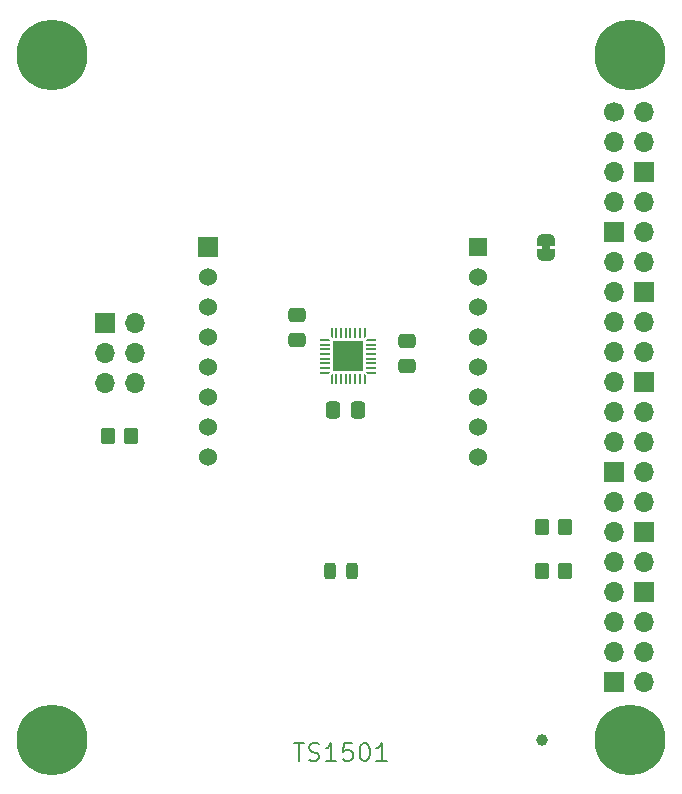
<source format=gbr>
%TF.GenerationSoftware,KiCad,Pcbnew,8.0.7+1*%
%TF.CreationDate,2025-02-19T14:48:18+01:00*%
%TF.ProjectId,ts15-rpi-shield,74733135-2d72-4706-992d-736869656c64,rev?*%
%TF.SameCoordinates,Original*%
%TF.FileFunction,Soldermask,Top*%
%TF.FilePolarity,Negative*%
%FSLAX46Y46*%
G04 Gerber Fmt 4.6, Leading zero omitted, Abs format (unit mm)*
G04 Created by KiCad (PCBNEW 8.0.7+1) date 2025-02-19 14:48:18*
%MOMM*%
%LPD*%
G01*
G04 APERTURE LIST*
G04 Aperture macros list*
%AMRoundRect*
0 Rectangle with rounded corners*
0 $1 Rounding radius*
0 $2 $3 $4 $5 $6 $7 $8 $9 X,Y pos of 4 corners*
0 Add a 4 corners polygon primitive as box body*
4,1,4,$2,$3,$4,$5,$6,$7,$8,$9,$2,$3,0*
0 Add four circle primitives for the rounded corners*
1,1,$1+$1,$2,$3*
1,1,$1+$1,$4,$5*
1,1,$1+$1,$6,$7*
1,1,$1+$1,$8,$9*
0 Add four rect primitives between the rounded corners*
20,1,$1+$1,$2,$3,$4,$5,0*
20,1,$1+$1,$4,$5,$6,$7,0*
20,1,$1+$1,$6,$7,$8,$9,0*
20,1,$1+$1,$8,$9,$2,$3,0*%
%AMFreePoly0*
4,1,19,0.500000,-0.750000,0.000000,-0.750000,0.000000,-0.744911,-0.071157,-0.744911,-0.207708,-0.704816,-0.327430,-0.627875,-0.420627,-0.520320,-0.479746,-0.390866,-0.500000,-0.250000,-0.500000,0.250000,-0.479746,0.390866,-0.420627,0.520320,-0.327430,0.627875,-0.207708,0.704816,-0.071157,0.744911,0.000000,0.744911,0.000000,0.750000,0.500000,0.750000,0.500000,-0.750000,0.500000,-0.750000,
$1*%
%AMFreePoly1*
4,1,19,0.000000,0.744911,0.071157,0.744911,0.207708,0.704816,0.327430,0.627875,0.420627,0.520320,0.479746,0.390866,0.500000,0.250000,0.500000,-0.250000,0.479746,-0.390866,0.420627,-0.520320,0.327430,-0.627875,0.207708,-0.704816,0.071157,-0.744911,0.000000,-0.744911,0.000000,-0.750000,-0.500000,-0.750000,-0.500000,0.750000,0.000000,0.750000,0.000000,0.744911,0.000000,0.744911,
$1*%
%AMFreePoly2*
4,1,14,0.314644,0.085355,0.385355,0.014644,0.400000,-0.020711,0.400000,-0.050000,0.385355,-0.085355,0.350000,-0.100000,-0.350000,-0.100000,-0.385355,-0.085355,-0.400000,-0.050000,-0.400000,0.050000,-0.385355,0.085355,-0.350000,0.100000,0.279289,0.100000,0.314644,0.085355,0.314644,0.085355,$1*%
%AMFreePoly3*
4,1,14,0.385355,0.085355,0.400000,0.050000,0.400000,0.020711,0.385355,-0.014644,0.314644,-0.085355,0.279289,-0.100000,-0.350000,-0.100000,-0.385355,-0.085355,-0.400000,-0.050000,-0.400000,0.050000,-0.385355,0.085355,-0.350000,0.100000,0.350000,0.100000,0.385355,0.085355,0.385355,0.085355,$1*%
%AMFreePoly4*
4,1,14,0.085355,0.385355,0.100000,0.350000,0.100000,-0.350000,0.085355,-0.385355,0.050000,-0.400000,-0.050000,-0.400000,-0.085355,-0.385355,-0.100000,-0.350000,-0.100000,0.279289,-0.085355,0.314644,-0.014644,0.385355,0.020711,0.400000,0.050000,0.400000,0.085355,0.385355,0.085355,0.385355,$1*%
%AMFreePoly5*
4,1,14,0.014644,0.385355,0.085355,0.314644,0.100000,0.279289,0.100000,-0.350000,0.085355,-0.385355,0.050000,-0.400000,-0.050000,-0.400000,-0.085355,-0.385355,-0.100000,-0.350000,-0.100000,0.350000,-0.085355,0.385355,-0.050000,0.400000,-0.020711,0.400000,0.014644,0.385355,0.014644,0.385355,$1*%
%AMFreePoly6*
4,1,14,0.385355,0.085355,0.400000,0.050000,0.400000,-0.050000,0.385355,-0.085355,0.350000,-0.100000,-0.279289,-0.100000,-0.314644,-0.085355,-0.385355,-0.014644,-0.400000,0.020711,-0.400000,0.050000,-0.385355,0.085355,-0.350000,0.100000,0.350000,0.100000,0.385355,0.085355,0.385355,0.085355,$1*%
%AMFreePoly7*
4,1,14,0.385355,0.085355,0.400000,0.050000,0.400000,-0.050000,0.385355,-0.085355,0.350000,-0.100000,-0.350000,-0.100000,-0.385355,-0.085355,-0.400000,-0.050000,-0.400000,-0.020711,-0.385355,0.014644,-0.314644,0.085355,-0.279289,0.100000,0.350000,0.100000,0.385355,0.085355,0.385355,0.085355,$1*%
%AMFreePoly8*
4,1,14,0.085355,0.385355,0.100000,0.350000,0.100000,-0.279289,0.085355,-0.314644,0.014644,-0.385355,-0.020711,-0.400000,-0.050000,-0.400000,-0.085355,-0.385355,-0.100000,-0.350000,-0.100000,0.350000,-0.085355,0.385355,-0.050000,0.400000,0.050000,0.400000,0.085355,0.385355,0.085355,0.385355,$1*%
%AMFreePoly9*
4,1,14,0.085355,0.385355,0.100000,0.350000,0.100000,-0.350000,0.085355,-0.385355,0.050000,-0.400000,0.020711,-0.400000,-0.014644,-0.385355,-0.085355,-0.314644,-0.100000,-0.279289,-0.100000,0.350000,-0.085355,0.385355,-0.050000,0.400000,0.050000,0.400000,0.085355,0.385355,0.085355,0.385355,$1*%
G04 Aperture macros list end*
%ADD10C,0.150000*%
%ADD11C,0.000000*%
%ADD12R,1.700000X1.700000*%
%ADD13O,1.700000X1.700000*%
%ADD14RoundRect,0.250000X0.475000X-0.337500X0.475000X0.337500X-0.475000X0.337500X-0.475000X-0.337500X0*%
%ADD15RoundRect,0.250000X0.337500X0.475000X-0.337500X0.475000X-0.337500X-0.475000X0.337500X-0.475000X0*%
%ADD16R,1.676400X1.676400*%
%ADD17C,1.524000*%
%ADD18R,1.524000X1.524000*%
%ADD19RoundRect,0.250000X-0.350000X-0.450000X0.350000X-0.450000X0.350000X0.450000X-0.350000X0.450000X0*%
%ADD20C,1.000000*%
%ADD21C,6.000000*%
%ADD22C,1.700000*%
%ADD23RoundRect,0.243750X-0.243750X-0.456250X0.243750X-0.456250X0.243750X0.456250X-0.243750X0.456250X0*%
%ADD24FreePoly0,270.000000*%
%ADD25FreePoly1,270.000000*%
%ADD26FreePoly2,0.000000*%
%ADD27RoundRect,0.050000X-0.350000X-0.050000X0.350000X-0.050000X0.350000X0.050000X-0.350000X0.050000X0*%
%ADD28FreePoly3,0.000000*%
%ADD29FreePoly4,0.000000*%
%ADD30RoundRect,0.050000X-0.050000X-0.350000X0.050000X-0.350000X0.050000X0.350000X-0.050000X0.350000X0*%
%ADD31FreePoly5,0.000000*%
%ADD32FreePoly6,0.000000*%
%ADD33FreePoly7,0.000000*%
%ADD34FreePoly8,0.000000*%
%ADD35FreePoly9,0.000000*%
%ADD36R,2.650000X2.650000*%
G04 APERTURE END LIST*
D10*
X136500001Y-131808628D02*
X137357144Y-131808628D01*
X136928572Y-133308628D02*
X136928572Y-131808628D01*
X137785715Y-133237200D02*
X138000001Y-133308628D01*
X138000001Y-133308628D02*
X138357143Y-133308628D01*
X138357143Y-133308628D02*
X138500001Y-133237200D01*
X138500001Y-133237200D02*
X138571429Y-133165771D01*
X138571429Y-133165771D02*
X138642858Y-133022914D01*
X138642858Y-133022914D02*
X138642858Y-132880057D01*
X138642858Y-132880057D02*
X138571429Y-132737200D01*
X138571429Y-132737200D02*
X138500001Y-132665771D01*
X138500001Y-132665771D02*
X138357143Y-132594342D01*
X138357143Y-132594342D02*
X138071429Y-132522914D01*
X138071429Y-132522914D02*
X137928572Y-132451485D01*
X137928572Y-132451485D02*
X137857143Y-132380057D01*
X137857143Y-132380057D02*
X137785715Y-132237200D01*
X137785715Y-132237200D02*
X137785715Y-132094342D01*
X137785715Y-132094342D02*
X137857143Y-131951485D01*
X137857143Y-131951485D02*
X137928572Y-131880057D01*
X137928572Y-131880057D02*
X138071429Y-131808628D01*
X138071429Y-131808628D02*
X138428572Y-131808628D01*
X138428572Y-131808628D02*
X138642858Y-131880057D01*
X140071429Y-133308628D02*
X139214286Y-133308628D01*
X139642857Y-133308628D02*
X139642857Y-131808628D01*
X139642857Y-131808628D02*
X139500000Y-132022914D01*
X139500000Y-132022914D02*
X139357143Y-132165771D01*
X139357143Y-132165771D02*
X139214286Y-132237200D01*
X141428571Y-131808628D02*
X140714285Y-131808628D01*
X140714285Y-131808628D02*
X140642857Y-132522914D01*
X140642857Y-132522914D02*
X140714285Y-132451485D01*
X140714285Y-132451485D02*
X140857143Y-132380057D01*
X140857143Y-132380057D02*
X141214285Y-132380057D01*
X141214285Y-132380057D02*
X141357143Y-132451485D01*
X141357143Y-132451485D02*
X141428571Y-132522914D01*
X141428571Y-132522914D02*
X141500000Y-132665771D01*
X141500000Y-132665771D02*
X141500000Y-133022914D01*
X141500000Y-133022914D02*
X141428571Y-133165771D01*
X141428571Y-133165771D02*
X141357143Y-133237200D01*
X141357143Y-133237200D02*
X141214285Y-133308628D01*
X141214285Y-133308628D02*
X140857143Y-133308628D01*
X140857143Y-133308628D02*
X140714285Y-133237200D01*
X140714285Y-133237200D02*
X140642857Y-133165771D01*
X142428571Y-131808628D02*
X142571428Y-131808628D01*
X142571428Y-131808628D02*
X142714285Y-131880057D01*
X142714285Y-131880057D02*
X142785714Y-131951485D01*
X142785714Y-131951485D02*
X142857142Y-132094342D01*
X142857142Y-132094342D02*
X142928571Y-132380057D01*
X142928571Y-132380057D02*
X142928571Y-132737200D01*
X142928571Y-132737200D02*
X142857142Y-133022914D01*
X142857142Y-133022914D02*
X142785714Y-133165771D01*
X142785714Y-133165771D02*
X142714285Y-133237200D01*
X142714285Y-133237200D02*
X142571428Y-133308628D01*
X142571428Y-133308628D02*
X142428571Y-133308628D01*
X142428571Y-133308628D02*
X142285714Y-133237200D01*
X142285714Y-133237200D02*
X142214285Y-133165771D01*
X142214285Y-133165771D02*
X142142856Y-133022914D01*
X142142856Y-133022914D02*
X142071428Y-132737200D01*
X142071428Y-132737200D02*
X142071428Y-132380057D01*
X142071428Y-132380057D02*
X142142856Y-132094342D01*
X142142856Y-132094342D02*
X142214285Y-131951485D01*
X142214285Y-131951485D02*
X142285714Y-131880057D01*
X142285714Y-131880057D02*
X142428571Y-131808628D01*
X144357142Y-133308628D02*
X143499999Y-133308628D01*
X143928570Y-133308628D02*
X143928570Y-131808628D01*
X143928570Y-131808628D02*
X143785713Y-132022914D01*
X143785713Y-132022914D02*
X143642856Y-132165771D01*
X143642856Y-132165771D02*
X143499999Y-132237200D01*
D11*
%TO.C,JP1*%
G36*
X158200000Y-89930000D02*
G01*
X157500000Y-89930000D01*
X157500000Y-89730000D01*
X158200000Y-89730000D01*
X158200000Y-89930000D01*
G37*
%TD*%
D12*
%TO.C,J2*%
X120475000Y-96195000D03*
D13*
X123015000Y-96195000D03*
X120475000Y-98735000D03*
X123015000Y-98735000D03*
X120475000Y-101275000D03*
X123015000Y-101275000D03*
%TD*%
D14*
%TO.C,C3*%
X146100000Y-99837500D03*
X146100000Y-97762500D03*
%TD*%
%TO.C,C2*%
X136800000Y-97637500D03*
X136800000Y-95562500D03*
%TD*%
D15*
%TO.C,C1*%
X141925000Y-103600000D03*
X139850000Y-103600000D03*
%TD*%
D16*
%TO.C,CON1*%
X129240000Y-89770000D03*
D17*
X129240000Y-92310000D03*
X129240000Y-94850000D03*
X129240000Y-97390000D03*
X129240000Y-99930000D03*
X129240000Y-102470000D03*
X129240000Y-105010000D03*
X129240000Y-107550000D03*
X152100000Y-107550000D03*
X152100000Y-105010000D03*
X152100000Y-102470000D03*
X152100000Y-99930000D03*
X152100000Y-97390000D03*
X152100000Y-94850000D03*
X152100000Y-92310000D03*
D18*
X152100000Y-89770000D03*
%TD*%
D19*
%TO.C,R3*%
X120750000Y-105750000D03*
X122750000Y-105750000D03*
%TD*%
%TO.C,R1*%
X157500000Y-117250000D03*
X159500000Y-117250000D03*
%TD*%
D20*
%TO.C,FID1*%
X157500000Y-131500000D03*
%TD*%
D21*
%TO.C,J1*%
X165000000Y-73500000D03*
X116000000Y-73500000D03*
X165000000Y-131500000D03*
X116000000Y-131500000D03*
D22*
X163622000Y-78400000D03*
D13*
X166162000Y-78400000D03*
X163622000Y-80940000D03*
X166162000Y-80940000D03*
X163622000Y-83480000D03*
D12*
X166162000Y-83480000D03*
D13*
X163622000Y-86020000D03*
X166162000Y-86020000D03*
D12*
X163622000Y-88560000D03*
D13*
X166162000Y-88560000D03*
X163622000Y-91100000D03*
X166162000Y-91100000D03*
X163622000Y-93640000D03*
D12*
X166162000Y-93640000D03*
D13*
X163622000Y-96180000D03*
X166162000Y-96180000D03*
X163622000Y-98720000D03*
X166162000Y-98720000D03*
X163622000Y-101260000D03*
D12*
X166162000Y-101260000D03*
D13*
X163622000Y-103800000D03*
X166162000Y-103800000D03*
X163622000Y-106340000D03*
X166162000Y-106340000D03*
D12*
X163622000Y-108880000D03*
D13*
X166162000Y-108880000D03*
X163622000Y-111420000D03*
X166162000Y-111420000D03*
X163622000Y-113960000D03*
D12*
X166162000Y-113960000D03*
D13*
X163622000Y-116500000D03*
X166162000Y-116500000D03*
X163622000Y-119040000D03*
D12*
X166162000Y-119040000D03*
D13*
X163622000Y-121580000D03*
X166162000Y-121580000D03*
X163622000Y-124120000D03*
X166162000Y-124120000D03*
D12*
X163622000Y-126660000D03*
D13*
X166162000Y-126660000D03*
%TD*%
D23*
%TO.C,D1*%
X139562500Y-117250000D03*
X141437500Y-117250000D03*
%TD*%
D19*
%TO.C,R2*%
X157500000Y-113500000D03*
X159500000Y-113500000D03*
%TD*%
D24*
%TO.C,JP1*%
X157850000Y-89230000D03*
D25*
X157850000Y-90430000D03*
%TD*%
D26*
%TO.C,IC1*%
X139150000Y-97650000D03*
D27*
X139150000Y-98050000D03*
X139150000Y-98450000D03*
X139150000Y-98850000D03*
X139150000Y-99250000D03*
X139150000Y-99650000D03*
X139150000Y-100050000D03*
D28*
X139150000Y-100450000D03*
D29*
X139700000Y-101000000D03*
D30*
X140100000Y-101000000D03*
X140500000Y-101000000D03*
X140900000Y-101000000D03*
X141300000Y-101000000D03*
X141700000Y-101000000D03*
X142100000Y-101000000D03*
D31*
X142500000Y-101000000D03*
D32*
X143050000Y-100450000D03*
D27*
X143050000Y-100050000D03*
X143050000Y-99650000D03*
X143050000Y-99250000D03*
X143050000Y-98850000D03*
X143050000Y-98450000D03*
X143050000Y-98050000D03*
D33*
X143050000Y-97650000D03*
D34*
X142500000Y-97100000D03*
D30*
X142100000Y-97100000D03*
X141700000Y-97100000D03*
X141300000Y-97100000D03*
X140900000Y-97100000D03*
X140500000Y-97100000D03*
X140100000Y-97100000D03*
D35*
X139700000Y-97100000D03*
D36*
X141100000Y-99050000D03*
%TD*%
M02*

</source>
